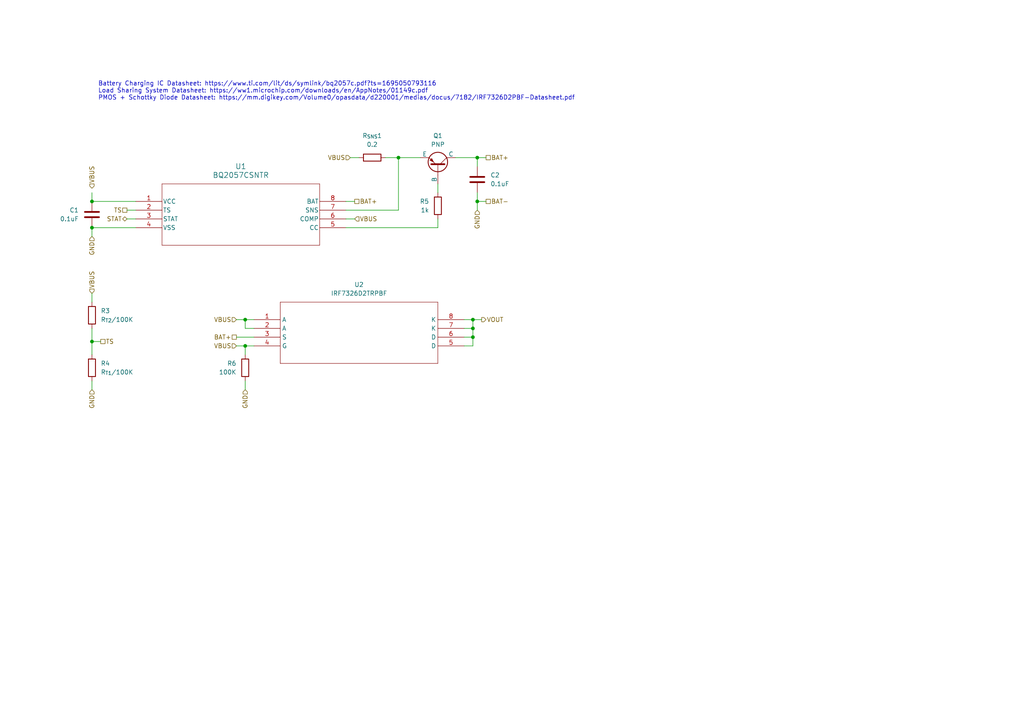
<source format=kicad_sch>
(kicad_sch (version 20250114) (generator "eeschema") (generator_version "9.0")
  (paper "A4")
  (lib_symbols
    (symbol "BQ2057CSNTR:BQ2057CSNTR" (pin_names (offset 0.254))
      (property "Reference" "U" (at 30.48 10.16 0))
      (property "Value" "BQ2057CSNTR" (at 30.48 7.62 0))
      (symbol "BQ2057CSNTR_0_1"
        (polyline (pts (xy 7.62 5.08) (xy 7.62 -12.7)) (stroke (width 0.127)))
        (polyline (pts (xy 7.62 -12.7) (xy 53.34 -12.7)) (stroke (width 0.127)))
        (polyline (pts (xy 53.34 5.08) (xy 7.62 5.08)) (stroke (width 0.127)))
        (polyline (pts (xy 53.34 -12.7) (xy 53.34 5.08)) (stroke (width 0.127)))
        (pin power_in line (at 0 0 0) (length 7.62) (name "VCC") (number "1"))
        (pin input line (at 0 -2.54 0) (length 7.62) (name "TS") (number "2"))
        (pin output line (at 0 -5.08 0) (length 7.62) (name "STAT") (number "3"))
        (pin power_in line (at 0 -7.62 0) (length 7.62) (name "VSS") (number "4"))
        (pin input line (at 60.96 0 180) (length 7.62) (name "BAT") (number "8"))
        (pin input line (at 60.96 -2.54 180) (length 7.62) (name "SNS") (number "7"))
        (pin input line (at 60.96 -5.08 180) (length 7.62) (name "COMP") (number "6"))
        (pin output line (at 60.96 -7.62 180) (length 7.62) (name "CC") (number "5"))
      )
    )
    (symbol "Device:C" (pin_numbers (hide yes)) (pin_names (offset 0.254))
      (property "Reference" "C" (at 0.635 2.54 0))
      (property "Value" "C" (at 0.635 -2.54 0))
      (symbol "C_0_1"
        (polyline (pts (xy -2.032 0.762) (xy 2.032 0.762)) (stroke (width 0.508)))
        (polyline (pts (xy -2.032 -0.762) (xy 2.032 -0.762)) (stroke (width 0.508)))
      )
      (symbol "C_1_1"
        (pin passive line (at 0 3.81 270) (length 2.794) (name "~") (number "1"))
        (pin passive line (at 0 -3.81 90) (length 2.794) (name "~") (number "2"))
      )
    )
    (symbol "Device:R" (pin_numbers (hide yes)) (pin_names (offset 0))
      (property "Reference" "R" (at 2.032 0 90))
      (property "Value" "R" (at 0 0 90))
      (symbol "R_0_1"
        (rectangle (start -1.016 -2.54) (end 1.016 2.54) (stroke (width 0.254)))
      )
      (symbol "R_1_1"
        (pin passive line (at 0 3.81 270) (length 1.27) (name "~") (number "1"))
        (pin passive line (at 0 -3.81 90) (length 1.27) (name "~") (number "2"))
      )
    )
    (symbol "IRF7326D2TRPBF:IRF7326D2TRPBF"
      (property "Reference" "U" (at 30.48 8.89 0))
      (property "Value" "IRF7326D2TRPBF" (at 30.48 6.604 0))
      (symbol "IRF7326D2TRPBF_0_1"
        (polyline (pts (xy 7.62 5.08) (xy 7.62 -12.7)) (stroke (width 0.127)))
        (polyline (pts (xy 7.62 -12.7) (xy 53.34 -12.7)) (stroke (width 0.127)))
        (polyline (pts (xy 53.34 5.08) (xy 7.62 5.08)) (stroke (width 0.127)))
        (polyline (pts (xy 53.34 -12.7) (xy 53.34 5.08)) (stroke (width 0.127)))
      )
      (symbol "IRF7326D2TRPBF_1_1"
        (pin passive line (at 0 0 0) (length 7.62) (name "A") (number "1"))
        (pin passive line (at 0 -2.54 0) (length 7.62) (name "A") (number "2"))
        (pin passive line (at 0 -5.08 0) (length 7.62) (name "S") (number "3"))
        (pin passive line (at 0 -7.62 0) (length 7.62) (name "G") (number "4"))
        (pin passive line (at 60.96 0 180) (length 7.62) (name "K") (number "8"))
        (pin passive line (at 60.96 -2.54 180) (length 7.62) (name "K") (number "7"))
        (pin passive line (at 60.96 -5.08 180) (length 7.62) (name "D") (number "6"))
        (pin passive line (at 60.96 -7.62 180) (length 7.62) (name "D") (number "5"))
      )
    )
    (symbol "Simulation_SPICE:PNP" (pin_numbers (hide yes)) (pin_names (offset 0))
      (property "Reference" "Q" (at -2.54 7.62 0))
      (property "Value" "PNP" (at -2.54 5.08 0))
      (symbol "PNP_0_1"
        (polyline (pts (xy -2.54 0) (xy 0.635 0)) (stroke (width 0.1524)))
        (polyline (pts (xy 0.635 1.905) (xy 0.635 -1.905) (xy 0.635 -1.905)) (stroke (width 0.508)))
        (polyline (pts (xy 0.635 0.635) (xy 2.54 2.54)))
        (polyline (pts (xy 0.635 -0.635) (xy 2.54 -2.54) (xy 2.54 -2.54)))
        (circle (center 1.27 0) (radius 2.8194) (stroke (width 0.254)))
        (polyline (pts (xy 2.286 -1.778) (xy 1.778 -2.286) (xy 1.27 -1.27) (xy 2.286 -1.778) (xy 2.286 -1.778)) (fill (type outline)))
      )
      (symbol "PNP_1_1"
        (pin input line (at -5.08 0 0) (length 2.54) (name "B") (number "2"))
        (pin open_collector line (at 2.54 5.08 270) (length 2.54) (name "C") (number "1"))
        (pin open_emitter line (at 2.54 -5.08 90) (length 2.54) (name "E") (number "3"))
      )
    )
  )
  (text "Battery Charging IC Datasheet: https://www.ti.com/lit/ds/symlink/bq2057c.pdf?ts=1695050793116\nLoad Sharing System Datasheet: https://ww1.microchip.com/downloads/en/AppNotes/01149c.pdf\nPMOS + Schottky Diode Datasheet: https://mm.digikey.com/Volume0/opasdata/d220001/medias/docus/7182/IRF7326D2PBF-Datasheet.pdf" (at 28.448 26.416 0) (effects (font (size 1.27 1.27)) (justify left)))
  (junction (at 26.67 66.04))
  (junction (at 137.16 97.79))
  (junction (at 137.16 92.71))
  (junction (at 138.43 45.72))
  (junction (at 138.43 58.42))
  (junction (at 26.67 99.06))
  (junction (at 137.16 95.25))
  (junction (at 71.12 92.71))
  (junction (at 115.57 45.72))
  (junction (at 26.67 58.42))
  (junction (at 71.12 100.33))
  (wire (pts (xy 100.33 66.04) (xy 127 66.04)))
  (wire (pts (xy 115.57 45.72) (xy 121.92 45.72)))
  (wire (pts (xy 138.43 58.42) (xy 138.43 60.96)))
  (wire (pts (xy 137.16 95.25) (xy 137.16 97.79)))
  (wire (pts (xy 73.66 92.71) (xy 71.12 92.71)))
  (wire (pts (xy 26.67 87.63) (xy 26.67 85.09)))
  (wire (pts (xy 138.43 45.72) (xy 138.43 48.26)))
  (wire (pts (xy 26.67 58.42) (xy 39.37 58.42)))
  (wire (pts (xy 26.67 99.06) (xy 29.21 99.06)))
  (wire (pts (xy 71.12 110.49) (xy 71.12 113.03)))
  (wire (pts (xy 134.62 97.79) (xy 137.16 97.79)))
  (wire (pts (xy 140.97 45.72) (xy 138.43 45.72)))
  (wire (pts (xy 36.83 60.96) (xy 39.37 60.96)))
  (wire (pts (xy 137.16 92.71) (xy 139.7 92.71)))
  (wire (pts (xy 132.08 45.72) (xy 138.43 45.72)))
  (wire (pts (xy 68.58 92.71) (xy 71.12 92.71)))
  (wire (pts (xy 137.16 92.71) (xy 137.16 95.25)))
  (wire (pts (xy 138.43 55.88) (xy 138.43 58.42)))
  (wire (pts (xy 127 63.5) (xy 127 66.04)))
  (wire (pts (xy 137.16 97.79) (xy 137.16 100.33)))
  (wire (pts (xy 115.57 45.72) (xy 111.76 45.72)))
  (wire (pts (xy 127 53.34) (xy 127 55.88)))
  (wire (pts (xy 140.97 58.42) (xy 138.43 58.42)))
  (wire (pts (xy 100.33 60.96) (xy 115.57 60.96)))
  (wire (pts (xy 68.58 97.79) (xy 73.66 97.79)))
  (wire (pts (xy 137.16 100.33) (xy 134.62 100.33)))
  (wire (pts (xy 68.58 100.33) (xy 71.12 100.33)))
  (wire (pts (xy 26.67 113.03) (xy 26.67 110.49)))
  (wire (pts (xy 71.12 95.25) (xy 73.66 95.25)))
  (wire (pts (xy 115.57 45.72) (xy 115.57 60.96)))
  (wire (pts (xy 101.6 45.72) (xy 104.14 45.72)))
  (wire (pts (xy 26.67 102.87) (xy 26.67 99.06)))
  (wire (pts (xy 36.83 63.5) (xy 39.37 63.5)))
  (wire (pts (xy 100.33 58.42) (xy 102.87 58.42)))
  (wire (pts (xy 134.62 92.71) (xy 137.16 92.71)))
  (wire (pts (xy 134.62 95.25) (xy 137.16 95.25)))
  (wire (pts (xy 71.12 102.87) (xy 71.12 100.33)))
  (wire (pts (xy 71.12 100.33) (xy 73.66 100.33)))
  (wire (pts (xy 26.67 55.88) (xy 26.67 58.42)))
  (wire (pts (xy 26.67 66.04) (xy 39.37 66.04)))
  (wire (pts (xy 71.12 92.71) (xy 71.12 95.25)))
  (wire (pts (xy 26.67 68.58) (xy 26.67 66.04)))
  (wire (pts (xy 100.33 63.5) (xy 102.87 63.5)))
  (wire (pts (xy 26.67 99.06) (xy 26.67 95.25)))
  (hierarchical_label "VOUT" (shape output) (at 139.7 92.71 0))
  (hierarchical_label "BAT+" (shape passive) (at 68.58 97.79 180))
  (hierarchical_label "BAT+" (shape passive) (at 102.87 58.42 0))
  (hierarchical_label "GND" (shape input) (at 26.67 113.03 270))
  (hierarchical_label "GND" (shape input) (at 26.67 68.58 270))
  (hierarchical_label "VBUS" (shape input) (at 68.58 92.71 180))
  (hierarchical_label "VBUS" (shape input) (at 68.58 100.33 180))
  (hierarchical_label "GND" (shape input) (at 71.12 113.03 270))
  (hierarchical_label "TS" (shape passive) (at 29.21 99.06 0))
  (hierarchical_label "VBUS" (shape input) (at 26.67 85.09 90))
  (hierarchical_label "STAT" (shape tri_state) (at 36.83 63.5 180))
  (hierarchical_label "BAT+" (shape passive) (at 140.97 45.72 0))
  (hierarchical_label "TS" (shape passive) (at 36.83 60.96 180))
  (hierarchical_label "GND" (shape input) (at 138.43 60.96 270))
  (hierarchical_label "VBUS" (shape input) (at 102.87 63.5 0))
  (hierarchical_label "BAT-" (shape passive) (at 140.97 58.42 0))
  (hierarchical_label "VBUS" (shape input) (at 101.6 45.72 180))
  (hierarchical_label "VBUS" (shape input) (at 26.67 54.61 90))
  (symbol (lib_id "IRF7326D2TRPBF:IRF7326D2TRPBF") (at 73.66 92.71 0) (unit 1)
    (property "Reference" "U2" (at 104.14 82.55 0))
    (property "Value" "IRF7326D2TRPBF" (at 104.14 85.09 0))
    (property "Footprint" "Package_SO:SO-8_3.9x4.9mm_P1.27mm" (effects (hide yes)))
  )
  (symbol (lib_id "Device:R") (at 127 59.69 0) (mirror y) (unit 1)
    (property "Reference" "R5" (at 124.46 58.4199 0) (effects (justify left)))
    (property "Value" "1k" (at 124.46 60.9599 0) (effects (justify left)))
    (property "Description" "Resistor" (effects (hide yes)))
  )
  (symbol (lib_id "Device:R") (at 107.95 45.72 90) (unit 1)
    (property "Reference" "R_{SNS}1" (at 107.95 39.37 90))
    (property "Value" "0.2" (at 107.95 41.91 90))
    (property "Description" "Resistor" (effects (hide yes)))
  )
  (symbol (lib_id "Device:R") (at 26.67 106.68 0) (unit 1)
    (property "Reference" "R4" (at 29.21 105.4099 0) (effects (justify left)))
    (property "Value" "R_{T1}/100K" (at 29.21 107.9499 0) (effects (justify left)))
    (property "Description" "Resistor" (effects (hide yes)))
  )
  (symbol (lib_id "BQ2057CSNTR:BQ2057CSNTR") (at 39.37 58.42 0) (unit 1)
    (property "Reference" "U1" (at 69.85 48.26 0) (effects (font (size 1.524 1.524))))
    (property "Value" "BQ2057CSNTR" (at 69.85 50.8 0) (effects (font (size 1.524 1.524))))
    (property "Footprint" "BQ2057CSNTR:D8" (effects (hide yes)))
    (property "Datasheet" "https://www.ti.com/lit/gpn/bq2057c" (effects (hide yes)))
  )
  (symbol (lib_id "Device:R") (at 71.12 106.68 0) (mirror y) (unit 1)
    (property "Reference" "R6" (at 68.58 105.4099 0) (effects (justify left)))
    (property "Value" "100K" (at 68.58 107.9499 0) (effects (justify left)))
    (property "Description" "Resistor" (effects (hide yes)))
  )
  (symbol (lib_id "Device:C") (at 138.43 52.07 0) (unit 1)
    (property "Reference" "C2" (at 142.24 50.7999 0) (effects (justify left)))
    (property "Value" "0.1uF" (at 142.24 53.3399 0) (effects (justify left)))
    (property "Description" "Unpolarized capacitor" (effects (hide yes)))
  )
  (symbol (lib_id "Simulation_SPICE:PNP") (at 127 48.26 270) (mirror x) (unit 1)
    (property "Reference" "Q1" (at 127 39.37 90))
    (property "Value" "PNP" (at 127 41.91 90))
    (property "Datasheet" "https://ngspice.sourceforge.io/docs/ngspice-html-manual/manual.xhtml#cha_BJTs" (effects (hide yes)))
    (property "Description" "Bipolar transistor symbol for simulation only, substrate tied to the emitter" (effects (hide yes)))
    (property "Sim.Device" "PNP" (effects (hide yes)))
    (property "Sim.Type" "GUMMELPOON" (effects (hide yes)))
    (property "Sim.Pins" "1=C 2=B 3=E" (effects (hide yes)))
  )
  (symbol (lib_id "Device:R") (at 26.67 91.44 0) (unit 1)
    (property "Reference" "R3" (at 29.21 90.1699 0) (effects (justify left)))
    (property "Value" "R_{T2}/100K" (at 29.21 92.7099 0) (effects (justify left)))
    (property "Description" "Resistor" (effects (hide yes)))
  )
  (symbol (lib_id "Device:C") (at 26.67 62.23 0) (mirror y) (unit 1)
    (property "Reference" "C1" (at 22.86 60.9599 0) (effects (justify left)))
    (property "Value" "0.1uF" (at 22.86 63.4999 0) (effects (justify left)))
    (property "Description" "Unpolarized capacitor" (effects (hide yes)))
  )
)
</source>
